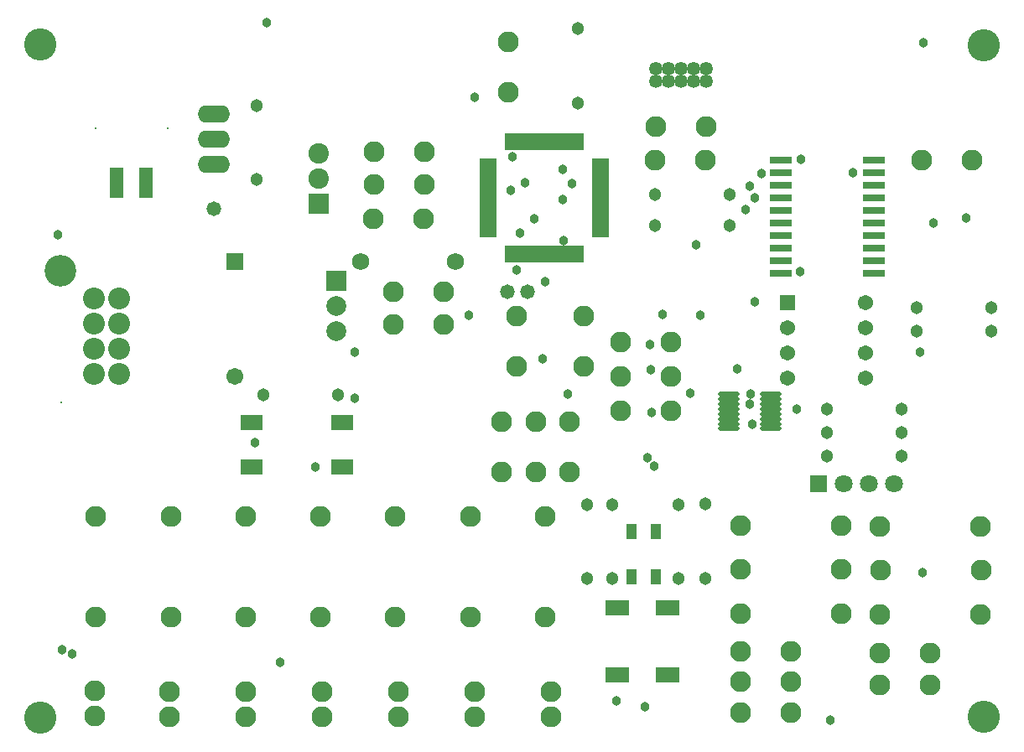
<source format=gts>
G04*
G04 #@! TF.GenerationSoftware,Altium Limited,Altium Designer,21.0.8 (223)*
G04*
G04 Layer_Color=8388736*
%FSAX25Y25*%
%MOIN*%
G70*
G04*
G04 #@! TF.SameCoordinates,E9B5AFCA-11DB-46D5-B1A1-4708AB9E7353*
G04*
G04*
G04 #@! TF.FilePolarity,Negative*
G04*
G01*
G75*
%ADD25C,0.00000*%
%ADD26R,0.05800X0.12296*%
%ADD27R,0.09068X0.06312*%
%ADD28R,0.08600X0.03000*%
%ADD29R,0.06587X0.01902*%
%ADD30R,0.01902X0.06587*%
%ADD31R,0.04343X0.06115*%
%ADD32R,0.09800X0.06300*%
%ADD33O,0.08477X0.01981*%
%ADD34C,0.08674*%
%ADD35C,0.00800*%
%ADD36C,0.12611*%
%ADD37C,0.08123*%
%ADD38R,0.08123X0.08123*%
%ADD39R,0.07887X0.07887*%
%ADD40C,0.07887*%
%ADD41R,0.06068X0.06068*%
%ADD42C,0.06068*%
%ADD43C,0.05131*%
%ADD44C,0.08300*%
%ADD45O,0.12800X0.06800*%
%ADD46C,0.07099*%
%ADD47R,0.07099X0.07099*%
%ADD48C,0.05300*%
%ADD49C,0.06902*%
%ADD50R,0.06706X0.06706*%
%ADD51C,0.06706*%
%ADD52C,0.03800*%
%ADD53C,0.05800*%
%ADD54C,0.12800*%
D25*
X0390549Y0370300D02*
G03*
X0390549Y0370300I-0002449J0000000D01*
G01*
Y0365300D02*
G03*
X0390549Y0365300I-0002449J0000000D01*
G01*
X0385549Y0370300D02*
G03*
X0385549Y0370300I-0002449J0000000D01*
G01*
Y0365300D02*
G03*
X0385549Y0365300I-0002449J0000000D01*
G01*
X0380549Y0370300D02*
G03*
X0380549Y0370300I-0002449J0000000D01*
G01*
Y0365300D02*
G03*
X0380549Y0365300I-0002449J0000000D01*
G01*
X0375549Y0370300D02*
G03*
X0375549Y0370300I-0002449J0000000D01*
G01*
Y0365300D02*
G03*
X0375549Y0365300I-0002449J0000000D01*
G01*
X0370549Y0370300D02*
G03*
X0370549Y0370300I-0002449J0000000D01*
G01*
Y0365300D02*
G03*
X0370549Y0365300I-0002449J0000000D01*
G01*
D26*
X0165535Y0324965D02*
D03*
X0153724D02*
D03*
D27*
X0207487Y0211842D02*
D03*
X0243313D02*
D03*
X0207487Y0229558D02*
D03*
X0243313D02*
D03*
D28*
X0417764Y0333823D02*
D03*
Y0328823D02*
D03*
Y0323823D02*
D03*
Y0318823D02*
D03*
Y0313823D02*
D03*
Y0308823D02*
D03*
Y0303823D02*
D03*
Y0298823D02*
D03*
Y0293823D02*
D03*
Y0288823D02*
D03*
X0454764D02*
D03*
Y0293823D02*
D03*
Y0298823D02*
D03*
Y0303823D02*
D03*
Y0308823D02*
D03*
Y0313823D02*
D03*
Y0318823D02*
D03*
Y0323823D02*
D03*
Y0328823D02*
D03*
Y0333823D02*
D03*
D29*
X0346087Y0333587D02*
D03*
Y0331618D02*
D03*
Y0329650D02*
D03*
Y0327681D02*
D03*
Y0325713D02*
D03*
Y0323744D02*
D03*
Y0321776D02*
D03*
Y0319807D02*
D03*
Y0317839D02*
D03*
Y0315870D02*
D03*
Y0313902D02*
D03*
Y0311933D02*
D03*
Y0309965D02*
D03*
Y0307996D02*
D03*
Y0306028D02*
D03*
Y0304059D02*
D03*
X0301441D02*
D03*
Y0309965D02*
D03*
Y0311933D02*
D03*
Y0313902D02*
D03*
Y0315870D02*
D03*
Y0317839D02*
D03*
Y0319807D02*
D03*
Y0321776D02*
D03*
Y0323744D02*
D03*
Y0325713D02*
D03*
Y0327681D02*
D03*
Y0329650D02*
D03*
Y0331618D02*
D03*
Y0333587D02*
D03*
Y0307996D02*
D03*
Y0306028D02*
D03*
D30*
X0309000Y0341146D02*
D03*
X0310968D02*
D03*
X0312937D02*
D03*
X0314906D02*
D03*
X0316874D02*
D03*
X0318843D02*
D03*
X0320811D02*
D03*
X0322779D02*
D03*
X0324748D02*
D03*
X0326716D02*
D03*
X0328685D02*
D03*
X0330654D02*
D03*
X0332622D02*
D03*
X0334591D02*
D03*
X0336559D02*
D03*
X0338528D02*
D03*
Y0296500D02*
D03*
X0336559D02*
D03*
X0334591D02*
D03*
X0332622D02*
D03*
X0330654D02*
D03*
X0328685D02*
D03*
X0326716D02*
D03*
X0324748D02*
D03*
X0322779D02*
D03*
X0320811D02*
D03*
X0318843D02*
D03*
X0316874D02*
D03*
X0314906D02*
D03*
X0312937D02*
D03*
X0310968D02*
D03*
X0309000D02*
D03*
D31*
X0368221Y0186057D02*
D03*
Y0168143D02*
D03*
X0358379Y0186057D02*
D03*
Y0168143D02*
D03*
D32*
X0372700Y0129250D02*
D03*
X0352700D02*
D03*
Y0155750D02*
D03*
X0372700D02*
D03*
D33*
X0397168Y0240779D02*
D03*
Y0238811D02*
D03*
Y0236842D02*
D03*
Y0234874D02*
D03*
Y0232906D02*
D03*
Y0230937D02*
D03*
Y0228969D02*
D03*
Y0227000D02*
D03*
X0413900Y0240779D02*
D03*
Y0238811D02*
D03*
Y0236842D02*
D03*
Y0234874D02*
D03*
Y0232906D02*
D03*
Y0230937D02*
D03*
Y0228969D02*
D03*
Y0227000D02*
D03*
D34*
X0154800Y0278900D02*
D03*
Y0268900D02*
D03*
Y0258900D02*
D03*
Y0248900D02*
D03*
X0144800D02*
D03*
Y0258900D02*
D03*
Y0268900D02*
D03*
Y0278900D02*
D03*
D35*
X0131800Y0237400D02*
D03*
X0174000Y0346500D02*
D03*
X0145260D02*
D03*
D36*
X0131300Y0289900D02*
D03*
D37*
X0234000Y0336500D02*
D03*
Y0326500D02*
D03*
D38*
Y0316500D02*
D03*
D39*
X0241000Y0285700D02*
D03*
D40*
Y0275700D02*
D03*
Y0265700D02*
D03*
D41*
X0420400Y0277100D02*
D03*
D42*
Y0267100D02*
D03*
Y0257100D02*
D03*
Y0247100D02*
D03*
X0451400D02*
D03*
Y0257100D02*
D03*
Y0267100D02*
D03*
Y0277100D02*
D03*
D43*
X0209500Y0355500D02*
D03*
Y0326000D02*
D03*
X0241700Y0240500D02*
D03*
X0212200D02*
D03*
X0340900Y0196900D02*
D03*
Y0167400D02*
D03*
X0350600D02*
D03*
Y0196900D02*
D03*
X0387600Y0197000D02*
D03*
Y0167500D02*
D03*
X0337000Y0386000D02*
D03*
Y0356500D02*
D03*
X0397400Y0320000D02*
D03*
X0367900D02*
D03*
X0377200Y0167400D02*
D03*
Y0196900D02*
D03*
X0397300Y0307700D02*
D03*
X0367800D02*
D03*
X0501400Y0265700D02*
D03*
X0471900D02*
D03*
X0501400Y0275200D02*
D03*
X0471900D02*
D03*
X0465700Y0225500D02*
D03*
X0436200D02*
D03*
X0465700Y0234900D02*
D03*
X0436200D02*
D03*
X0465700Y0216100D02*
D03*
X0436200D02*
D03*
D44*
X0324000Y0152000D02*
D03*
Y0192000D02*
D03*
X0497200Y0188100D02*
D03*
X0457200D02*
D03*
X0401600Y0188600D02*
D03*
X0441600D02*
D03*
X0457000Y0153000D02*
D03*
X0497000D02*
D03*
X0457000Y0125200D02*
D03*
X0477000D02*
D03*
X0477100Y0137700D02*
D03*
X0457100D02*
D03*
X0457300Y0170700D02*
D03*
X0497300D02*
D03*
X0441600Y0153600D02*
D03*
X0401600D02*
D03*
Y0171100D02*
D03*
X0441600D02*
D03*
X0421900Y0126350D02*
D03*
X0401900D02*
D03*
Y0138600D02*
D03*
X0421900D02*
D03*
X0401900Y0114100D02*
D03*
X0421900D02*
D03*
X0368200Y0347300D02*
D03*
X0388200D02*
D03*
X0339264Y0271823D02*
D03*
Y0251823D02*
D03*
X0312764Y0271823D02*
D03*
Y0251823D02*
D03*
X0374200Y0261350D02*
D03*
X0354200D02*
D03*
X0333600Y0209700D02*
D03*
Y0229700D02*
D03*
X0283700Y0281500D02*
D03*
X0263700D02*
D03*
X0263600Y0268500D02*
D03*
X0283600D02*
D03*
X0320250Y0229700D02*
D03*
Y0209700D02*
D03*
X0306900Y0229700D02*
D03*
Y0209700D02*
D03*
X0145100Y0122900D02*
D03*
Y0112900D02*
D03*
X0354200Y0247825D02*
D03*
X0374200D02*
D03*
X0354200Y0234300D02*
D03*
X0374200D02*
D03*
X0255764Y0310323D02*
D03*
X0275764D02*
D03*
X0309264Y0380823D02*
D03*
Y0360823D02*
D03*
X0387764Y0333823D02*
D03*
X0367764D02*
D03*
X0493764D02*
D03*
X0473764D02*
D03*
X0256000Y0337000D02*
D03*
X0276000D02*
D03*
X0256000Y0324000D02*
D03*
X0276000D02*
D03*
X0326500Y0112500D02*
D03*
Y0122500D02*
D03*
X0296167Y0112500D02*
D03*
Y0122500D02*
D03*
X0265833Y0112500D02*
D03*
Y0122500D02*
D03*
X0235500Y0112500D02*
D03*
Y0122500D02*
D03*
X0205167Y0112500D02*
D03*
Y0122500D02*
D03*
X0174833Y0112500D02*
D03*
Y0122500D02*
D03*
X0145500Y0192000D02*
D03*
Y0152000D02*
D03*
X0175250Y0192000D02*
D03*
Y0152000D02*
D03*
X0205000Y0192000D02*
D03*
Y0152000D02*
D03*
X0234750Y0192000D02*
D03*
Y0152000D02*
D03*
X0264500Y0192000D02*
D03*
Y0152000D02*
D03*
X0294250Y0192000D02*
D03*
Y0152000D02*
D03*
D45*
X0192500Y0352000D02*
D03*
Y0342000D02*
D03*
Y0332000D02*
D03*
D46*
X0462600Y0205200D02*
D03*
X0452600D02*
D03*
X0442600D02*
D03*
D47*
X0432600D02*
D03*
D48*
X0368100Y0365300D02*
D03*
Y0370300D02*
D03*
X0373100Y0365300D02*
D03*
Y0370300D02*
D03*
X0378100Y0365300D02*
D03*
Y0370300D02*
D03*
X0383100Y0365300D02*
D03*
Y0370300D02*
D03*
X0388100Y0365300D02*
D03*
Y0370300D02*
D03*
D49*
X0250820Y0293400D02*
D03*
X0288380D02*
D03*
D50*
X0200900Y0293533D02*
D03*
D51*
Y0247667D02*
D03*
D52*
X0403700Y0314223D02*
D03*
X0474500Y0380500D02*
D03*
X0132000Y0139000D02*
D03*
X0136000Y0137500D02*
D03*
X0474200Y0169700D02*
D03*
X0130500Y0304000D02*
D03*
X0213500Y0388500D02*
D03*
X0316100Y0324673D02*
D03*
X0324000Y0285600D02*
D03*
X0331400Y0301900D02*
D03*
X0331100Y0318000D02*
D03*
X0331000Y0330300D02*
D03*
X0365900Y0260400D02*
D03*
X0405330Y0236670D02*
D03*
X0405500Y0323500D02*
D03*
X0293600Y0272000D02*
D03*
X0314100Y0304700D02*
D03*
X0323100Y0254800D02*
D03*
X0333000Y0240800D02*
D03*
X0364800Y0215450D02*
D03*
X0370800Y0272400D02*
D03*
X0381768Y0241300D02*
D03*
X0385900Y0272100D02*
D03*
X0405668Y0240874D02*
D03*
X0410100Y0328600D02*
D03*
X0208800Y0221441D02*
D03*
X0232600Y0211700D02*
D03*
X0312800Y0290000D02*
D03*
X0334900Y0324400D02*
D03*
X0367400Y0212200D02*
D03*
X0366100Y0250600D02*
D03*
X0384100Y0300100D02*
D03*
X0406482Y0228969D02*
D03*
X0400300Y0250800D02*
D03*
X0407400Y0277600D02*
D03*
X0424168Y0234874D02*
D03*
X0425811Y0334011D02*
D03*
X0248300Y0257400D02*
D03*
X0248500Y0239100D02*
D03*
X0310264Y0321823D02*
D03*
X0319639Y0310539D02*
D03*
X0311000Y0335100D02*
D03*
X0296100Y0358700D02*
D03*
X0366300Y0233600D02*
D03*
X0407500Y0318700D02*
D03*
X0425264Y0289323D02*
D03*
X0446300Y0328700D02*
D03*
X0473107Y0257607D02*
D03*
X0491400Y0310782D02*
D03*
X0478400Y0308800D02*
D03*
X0437400Y0111100D02*
D03*
X0352300Y0118700D02*
D03*
X0363800Y0116400D02*
D03*
X0218900Y0134300D02*
D03*
D53*
X0192453Y0314418D02*
D03*
X0309000Y0281450D02*
D03*
X0317000D02*
D03*
D54*
X0123500Y0379700D02*
D03*
X0498500Y0379500D02*
D03*
Y0112500D02*
D03*
X0123500Y0112000D02*
D03*
M02*

</source>
